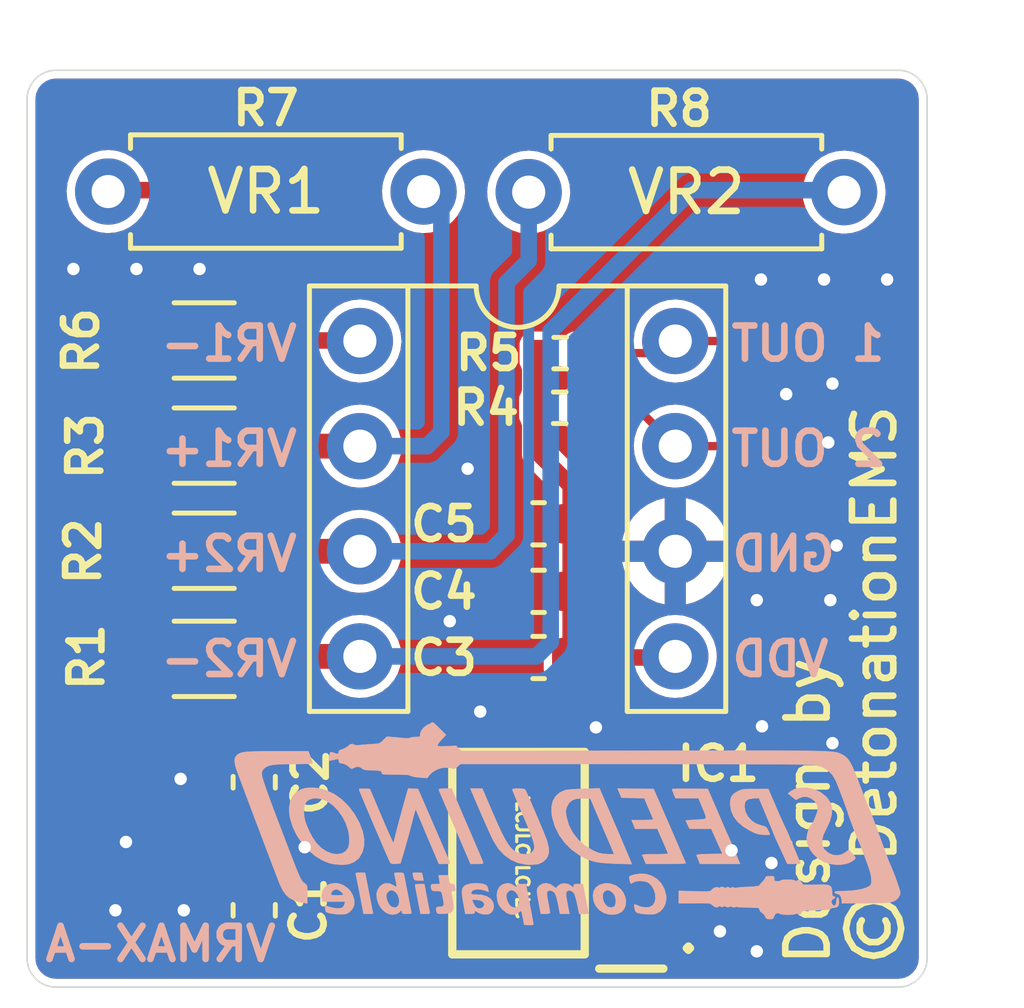
<source format=kicad_pcb>
(kicad_pcb (version 20211014) (generator pcbnew)
  (layers (0 "F.Cu" signal "Front") (31 "B.Cu" signal "Back") (34 "B.Paste" user) (35 "F.Paste" user) (36 "B.SilkS" user "B.Silkscreen") (37 "F.SilkS" user "F.Silkscreen") (38 "B.Mask" user) (39 "F.Mask" user) (44 "Edge.Cuts" user))
  (net 0 "")
  (net 1 "GND")
  (net 2 "+5V")
  (net 3 "VR1-")
  (net 4 "Net-(C1-Pad1)")
  (net 5 "Net-(C1-Pad2)")
  (net 6 "Crank-Out")
  (net 7 "Cam-Out")
  (net 8 "VR2-")
  (net 9 "Net-(C2-Pad1)")
  (net 13 "VR1+")
  (net 14 "VR2+")
  (net 15 "Net-(C2-Pad2)")
  (footprint "Capacitor_SMD:C_0603_1608Metric" (layer "F.Cu") (at 131.1148 133.4308 90)
    (fp_text reference "C2" (at 0 1.364 90) (layer "F.SilkS") (effects (font (size 0.8 0.8) (thickness 0.16))))
    (fp_text value "1nF")
    (pad "1" smd roundrect (at -0.775 0 90) (size 0.9 0.95) (layers "F.Cu" "F.Paste" "F.Mask") (net 9 "Net-(C2-Pad1)"))
    (pad "2" smd roundrect (at 0.775 0 90) (size 0.9 0.95) (layers "F.Cu" "F.Paste" "F.Mask") (net 15 "Net-(C2-Pad2)"))
  )
  (footprint "Resistor_SMD:R_1206_3216Metric" (layer "F.Cu") (at 129.9064 122.758)
    (fp_text reference "R6" (at -2.974 0.0148 90) (layer "F.SilkS") (effects (font (size 0.8 0.8) (thickness 0.16))))
    (fp_text value "10k")
    (pad "1" smd roundrect (at -1.4625 0) (size 1.125 1.75) (layers "F.Cu" "F.Paste" "F.Mask") (roundrect_rratio 0.2222222222) (net 4 "Net-(C1-Pad1)"))
    (pad "2" smd roundrect (at 1.4625 0) (size 1.125 1.75) (layers "F.Cu" "F.Paste" "F.Mask") (roundrect_rratio 0.2222222222) (net 3 "VR1-"))
  )
  (footprint "Capacitor_SMD:C_0603_1608Metric" (layer "F.Cu") (at 131.1148 136.525 90)
    (fp_text reference "C1" (at 0 1.3132 90) (layer "F.SilkS") (effects (font (size 0.8 0.8) (thickness 0.16))))
    (fp_text value "1nF")
    (pad "1" smd roundrect (at -0.775 0 90) (size 0.9 0.95) (layers "F.Cu" "F.Paste" "F.Mask") (net 4 "Net-(C1-Pad1)"))
    (pad "2" smd roundrect (at 0.775 0 90) (size 0.9 0.95) (layers "F.Cu" "F.Paste" "F.Mask") (net 5 "Net-(C1-Pad2)"))
  )
  (footprint "Resistor_SMD:R_1206_3216Metric" (layer "F.Cu") (at 129.9064 130.45)
    (fp_text reference "R1" (at -2.8448 -0.042 90) (layer "F.SilkS") (effects (font (size 0.8 0.8) (thickness 0.16))))
    (fp_text value "10k")
    (pad "1" smd roundrect (at -1.4625 0) (size 1.125 1.75) (layers "F.Cu" "F.Paste" "F.Mask") (roundrect_rratio 0.2222222222) (net 9 "Net-(C2-Pad1)"))
    (pad "2" smd roundrect (at 1.4625 0) (size 1.125 1.75) (layers "F.Cu" "F.Paste" "F.Mask") (roundrect_rratio 0.2222222222) (net 8 "VR2-"))
  )
  (footprint "Capacitor_SMD:C_0603_1608Metric" (layer "F.Cu") (at 137.9855 130.417 180)
    (fp_text reference "C3" (at 2.286 -0.0076) (layer "F.SilkS") (effects (font (size 0.8 0.8) (thickness 0.16))))
    (fp_text value "10nf")
    (pad "1" smd roundrect (at -0.775 0 180) (size 0.9 0.95) (layers "F.Cu" "F.Paste" "F.Mask") (net 2 "+5V"))
    (pad "2" smd roundrect (at 0.775 0 180) (size 0.9 0.95) (layers "F.Cu" "F.Paste" "F.Mask") (net 1 "GND"))
  )
  (footprint "Detonation:Socket_VRConditioner" (layer "F.Cu") (at 133.6675 122.7709)
    (fp_text reference "J1" hide)
    (fp_text value "VR_Header")
    (pad "1" thru_hole circle locked (at 0 0) (size 1.6 1.6) (drill 0.8) (layers *.Cu *.Mask) (net 3 "VR1-"))
    (pad "2" thru_hole oval locked (at 0 2.54) (size 1.6 1.6) (drill 0.8) (layers *.Cu *.Mask) (net 13 "VR1+"))
    (pad "3" thru_hole oval locked (at 0 5.08) (size 1.6 1.6) (drill 0.8) (layers *.Cu *.Mask) (net 14 "VR2+"))
    (pad "4" thru_hole oval locked (at 0 7.62) (size 1.6 1.6) (drill 0.8) (layers *.Cu *.Mask) (net 8 "VR2-"))
    (pad "5" thru_hole oval locked (at 7.62 7.62) (size 1.6 1.6) (drill 0.8) (layers *.Cu *.Mask) (net 2 "+5V"))
    (pad "6" thru_hole oval locked (at 7.62 5.08) (size 1.6 1.6) (drill 0.8) (layers *.Cu *.Mask) (net 1 "GND"))
    (pad "7" thru_hole oval locked (at 7.62 2.54) (size 1.6 1.6) (drill 0.8) (layers *.Cu *.Mask) (net 7 "Cam-Out"))
    (pad "8" thru_hole oval locked (at 7.62 0) (size 1.6 1.6) (drill 0.8) (layers *.Cu *.Mask) (net 6 "Crank-Out"))
  )
  (footprint "Resistor_SMD:R_1206_3216Metric" (layer "F.Cu") (at 129.9064 127.838)
    (fp_text reference "R2" (at -2.9232 0.0148 90) (layer "F.SilkS") (effects (font (size 0.8 0.8) (thickness 0.16))))
    (fp_text value "10k")
    (pad "1" smd roundrect (at -1.4625 0) (size 1.125 1.75) (layers "F.Cu" "F.Paste" "F.Mask") (roundrect_rratio 0.2222222222) (net 15 "Net-(C2-Pad2)"))
    (pad "2" smd roundrect (at 1.4625 0) (size 1.125 1.75) (layers "F.Cu" "F.Paste" "F.Mask") (roundrect_rratio 0.2222222222) (net 14 "VR2+"))
  )
  (footprint "Capacitor_SMD:C_0603_1608Metric" (layer "F.Cu") (at 137.9855 127.187 180)
    (fp_text reference "C5" (at 2.286 -0.0076) (layer "F.SilkS") (effects (font (size 0.8 0.8) (thickness 0.16))))
    (fp_text value "1uF")
    (pad "1" smd roundrect (at -0.775 0 180) (size 0.9 0.95) (layers "F.Cu" "F.Paste" "F.Mask") (net 2 "+5V"))
    (pad "2" smd roundrect (at 0.775 0 180) (size 0.9 0.95) (layers "F.Cu" "F.Paste" "F.Mask") (net 1 "GND"))
  )
  (footprint "Resistor_THT:R_Axial_DIN0207_L6.3mm_D2.5mm_P7.62mm_Horizontal" (layer "F.Cu") (at 127.586 119.16)
    (fp_text reference "R7" (at 3.81 -2.0144) (layer "F.SilkS") (effects (font (size 0.8 0.8) (thickness 0.16))))
    (fp_text value "NP")
    (pad "1" thru_hole circle locked (at 0 0) (size 1.6 1.6) (drill 0.8) (layers *.Cu *.Mask) (net 3 "VR1-"))
    (pad "2" thru_hole oval locked (at 7.62 0) (size 1.6 1.6) (drill 0.8) (layers *.Cu *.Mask) (net 13 "VR1+"))
  )
  (footprint "Resistor_THT:R_Axial_DIN0207_L6.3mm_D2.5mm_P7.62mm_Horizontal" (layer "F.Cu") (at 137.746 119.174)
    (fp_text reference "R8" (at 3.6322 -2.0144) (layer "F.SilkS") (effects (font (size 0.8 0.8) (thickness 0.16))))
    (fp_text value "NP")
    (pad "1" thru_hole circle locked (at 0 0) (size 1.6 1.6) (drill 0.8) (layers *.Cu *.Mask) (net 14 "VR2+"))
    (pad "2" thru_hole oval locked (at 7.62 0) (size 1.6 1.6) (drill 0.8) (layers *.Cu *.Mask) (net 8 "VR2-"))
  )
  (footprint "Capacitor_SMD:C_0603_1608Metric" (layer "F.Cu") (at 137.9855 128.819 180)
    (fp_text reference "C4" (at 2.286 -0.0076) (layer "F.SilkS") (effects (font (size 0.8 0.8) (thickness 0.16))))
    (fp_text value "100nF")
    (pad "1" smd roundrect (at -0.775 0 180) (size 0.9 0.95) (layers "F.Cu" "F.Paste" "F.Mask") (net 2 "+5V"))
    (pad "2" smd roundrect (at 0.775 0 180) (size 0.9 0.95) (layers "F.Cu" "F.Paste" "F.Mask") (net 1 "GND"))
  )
  (footprint "Detonation:SOP64P602X175-16N" (layer "F.Cu") (at 137.5 135.144 180)
    (fp_text reference "IC1" (at -4.826 2.159 180) (layer "F.SilkS") (effects (font (size 0.8 0.8) (thickness 0.16))))
    (fp_text value "MAX9926UAEE+" hide)
    (pad "1" smd rect locked (at -2.725 -2.222 270) (size 0.435 1.55) (layers "F.Cu" "F.Paste" "F.Mask") (net 1 "GND"))
    (pad "2" smd rect locked (at -2.725 -1.588 270) (size 0.435 1.55) (layers "F.Cu" "F.Paste" "F.Mask"))
    (pad "3" smd rect locked (at -2.725 -0.952 270) (size 0.435 1.55) (layers "F.Cu" "F.Paste" "F.Mask") (net 1 "GND"))
    (pad "4" smd rect locked (at -2.725 -0.318 270) (size 0.435 1.55) (layers "F.Cu" "F.Paste" "F.Mask") (net 6 "Crank-Out"))
    (pad "5" smd rect locked (at -2.725 0.318 270) (size 0.435 1.55) (layers "F.Cu" "F.Paste" "F.Mask") (net 7 "Cam-Out"))
    (pad "6" smd rect locked (at -2.725 0.952 270) (size 0.435 1.55) (layers "F.Cu" "F.Paste" "F.Mask") (net 1 "GND"))
    (pad "7" smd rect locked (at -2.725 1.588 270) (size 0.435 1.55) (layers "F.Cu" "F.Paste" "F.Mask"))
    (pad "8" smd rect locked (at -2.725 2.222 270) (size 0.435 1.55) (layers "F.Cu" "F.Paste" "F.Mask") (net 1 "GND"))
    (pad "9" smd rect locked (at 2.725 2.222 270) (size 0.435 1.55) (layers "F.Cu" "F.Paste" "F.Mask") (net 15 "Net-(C2-Pad2)"))
    (pad "10" smd rect locked (at 2.725 1.588 270) (size 0.435 1.55) (layers "F.Cu" "F.Paste" "F.Mask") (net 9 "Net-(C2-Pad1)"))
    (pad "11" smd rect locked (at 2.725 0.952 270) (size 0.435 1.55) (layers "F.Cu" "F.Paste" "F.Mask") (net 1 "GND"))
    (pad "12" smd rect locked (at 2.725 0.318 270) (size 0.435 1.55) (layers "F.Cu" "F.Paste" "F.Mask"))
    (pad "13" smd rect locked (at 2.725 -0.318 270) (size 0.435 1.55) (layers "F.Cu" "F.Paste" "F.Mask") (net 1 "GND"))
    (pad "14" smd rect locked (at 2.725 -0.952 270) (size 0.435 1.55) (layers "F.Cu" "F.Paste" "F.Mask") (net 2 "+5V"))
    (pad "15" smd rect locked (at 2.725 -1.588 270) (size 0.435 1.55) (layers "F.Cu" "F.Paste" "F.Mask") (net 5 "Net-(C1-Pad2)"))
    (pad "16" smd rect locked (at 2.725 -2.222 270) (size 0.435 1.55) (layers "F.Cu" "F.Paste" "F.Mask") (net 4 "Net-(C1-Pad1)"))
  )
  (footprint "Resistor_SMD:R_1206_3216Metric" (layer "F.Cu") (at 129.9064 125.298)
    (fp_text reference "R3" (at -2.8724 0.0148 90) (layer "F.SilkS") (effects (font (size 0.8 0.8) (thickness 0.16))))
    (fp_text value "10k")
    (pad "1" smd roundrect (at -1.4625 0) (size 1.125 1.75) (layers "F.Cu" "F.Paste" "F.Mask") (roundrect_rratio 0.2222222222) (net 5 "Net-(C1-Pad2)"))
    (pad "2" smd roundrect (at 1.4625 0) (size 1.125 1.75) (layers "F.Cu" "F.Paste" "F.Mask") (roundrect_rratio 0.2222222222) (net 13 "VR1+"))
  )
  (footprint "Resistor_SMD:R_0402_1005Metric" (layer "F.Cu") (at 138.5062 123.063)
    (fp_text reference "R5" (at -1.7272 -0.0016) (layer "F.SilkS") (effects (font (size 0.8 0.8) (thickness 0.16))))
    (fp_text value "1k")
    (pad "1" smd roundrect (at -0.51 0) (size 0.54 0.64) (layers "F.Cu" "F.Paste" "F.Mask") (net 2 "+5V"))
    (pad "2" smd roundrect (at 0.51 0) (size 0.54 0.64) (layers "F.Cu" "F.Paste" "F.Mask") (net 6 "Crank-Out"))
  )
  (footprint "Resistor_SMD:R_0402_1005Metric" (layer "F.Cu") (at 138.4952 124.3838)
    (fp_text reference "R4" (at -1.778 -0.0016) (layer "F.SilkS") (effects (font (size 0.8 0.8) (thickness 0.16))))
    (fp_text value "1k")
    (pad "1" smd roundrect (at -0.51 0) (size 0.54 0.64) (layers "F.Cu" "F.Paste" "F.Mask") (net 2 "+5V"))
    (pad "2" smd roundrect (at 0.51 0) (size 0.54 0.64) (layers "F.Cu" "F.Paste" "F.Mask") (net 7 "Cam-Out"))
  )
  (footprint "Detonation-Logos:SpeeduinoCompatible-17mm" (layer "B.Cu") (at 138.684 134.366 180)
    (fp_text reference "G1" hide)
    (fp_text value "Logo_Open_Hardware_Large" hide)
  )
  (gr_arc (start 126.2888 138.3792) (mid 125.832314 138.175286) (end 125.6284 137.7188) (layer "Edge.Cuts") (width 0.0381))
  (gr_arc (start 125.6284 116.8908) (mid 125.832303 116.434303) (end 126.2888 116.2304) (layer "Edge.Cuts") (width 0.0381))
  (gr_line (start 146.7104 138.3792) (end 126.2888 138.3792) (layer "Edge.Cuts") (width 0.0381))
  (gr_line (start 147.3708 116.8908) (end 147.3708 137.7188) (layer "Edge.Cuts") (width 0.0381))
  (gr_arc (start 146.7104 116.2304) (mid 147.166897 116.434303) (end 147.3708 116.8908) (layer "Edge.Cuts") (width 0.0381))
  (gr_line (start 125.6284 116.8908) (end 125.6284 137.7188) (layer "Edge.Cuts") (width 0.0381))
  (gr_arc (start 147.3708 137.7188) (mid 147.166897 138.175297) (end 146.7104 138.3792) (layer "Edge.Cuts") (width 0.0381))
  (gr_line (start 146.7104 116.2304) (end 126.2888 116.2304) (layer "Edge.Cuts") (width 0.0381))
  (gr_text "GND" (at 143.904076 127.9144) (layer "B.SilkS") (effects (font (size 0.8 0.8) (thickness 0.16)) (justify mirror)))
  (gr_text "VR2+" (at 130.5052 127.9144) (layer "B.SilkS") (effects (font (size 0.8 0.8) (thickness 0.16)) (justify mirror)))
  (gr_text "VDD" (at 143.827885 130.4544) (layer "B.SilkS") (effects (font (size 0.8 0.8) (thickness 0.16)) (justify mirror)))
  (gr_text "VR1-" (at 130.5052 122.8344) (layer "B.SilkS") (effects (font (size 0.8 0.8) (thickness 0.16)) (justify mirror)))
  (gr_text "VR1+" (at 130.5052 125.3744) (layer "B.SilkS") (effects (font (size 0.8 0.8) (thickness 0.16)) (justify mirror)))
  (gr_text "VR2-" (at 130.5052 130.4544) (layer "B.SilkS") (effects (font (size 0.8 0.8) (thickness 0.16)) (justify mirror)))
  (gr_text "VRMAX-A" (at 128.8542 137.3378) (layer "B.SilkS") (effects (font (size 0.8 0.8) (thickness 0.16)) (justify mirror)))
  (gr_text "1 OUT" (at 144.494457 122.8344) (layer "B.SilkS") (effects (font (size 0.8 0.8) (thickness 0.16)) (justify mirror)))
  (gr_text "2 OUT" (at 144.494457 125.3744) (layer "B.SilkS") (effects (font (size 0.8 0.8) (thickness 0.16)) (justify mirror)))
  (gr_text "VR2" (at 141.556 119.174) (layer "F.SilkS") (effects (font (size 1 1) (thickness 0.16))))
  (gr_text "Design by \n© DetonationEMS\n\n" (at 146.1008 137.922 90) (layer "F.SilkS") (effects (font (size 1 1) (thickness 0.16)) (justify left)))
  (gr_text "JLCJLCJLCJLC" (at 137.5918 133.604 270) (layer "F.SilkS") (effects (font (size 0.3 0.3) (thickness 0.075)) (justify left)))
  (gr_text "VR1" (at 131.396 119.16) (layer "F.SilkS") (effects (font (size 1 1) (thickness 0.16))))
  (gr_text "." (at 141.605 137.033) (layer "F.SilkS") (effects (font (size 1 1) (thickness 0.18))))
  (via (at 144.8816 121.285) (size 0.6) (drill 0.3) (layers "F.Cu" "B.Cu") (net 1))
  (via (at 145.034 129.032) (size 0.6) (drill 0.3) (layers "F.Cu" "B.Cu") (net 1))
  (via (at 129.3368 133.35) (size 0.6) (drill 0.3) (layers "F.Cu" "B.Cu") (net 1))
  (via (at 126.746 121.031) (size 0.6) (drill 0.3) (layers "F.Cu" "B.Cu") (net 1))
  (via (at 146.4056 121.285) (size 0.6) (drill 0.3) (layers "F.Cu" "B.Cu") (net 1))
  (via (at 135.8392 129.54) (size 0.6) (drill 0.3) (layers "F.Cu" "B.Cu") (net 1))
  (via (at 143.256 129.032) (size 0.6) (drill 0.3) (layers "F.Cu" "B.Cu") (net 1))
  (via (at 128.27 121.031) (size 0.6) (drill 0.3) (layers "F.Cu" "B.Cu") (net 1))
  (via (at 145.0848 123.7996) (size 0.6) (drill 0.3) (layers "F.Cu" "B.Cu") (net 1))
  (via (at 144.9832 125.222) (size 0.6) (drill 0.3) (layers "F.Cu" "B.Cu") (net 1))
  (via (at 136.5758 131.7244) (size 0.6) (drill 0.3) (layers "F.Cu" "B.Cu") (net 1))
  (via (at 136.271 125.857) (size 0.6) (drill 0.3) (layers "F.Cu" "B.Cu") (net 1))
  (via (at 128.016 134.874) (size 0.6) (drill 0.3) (layers "F.Cu" "B.Cu") (net 1))
  (via (at 143.256 137.5156) (size 0.6) (drill 0.3) (layers "F.Cu" "B.Cu") (net 1))
  (via (at 127.762 136.525) (size 0.6) (drill 0.3) (layers "F.Cu" "B.Cu") (net 1))
  (via (at 139.3698 132.1054) (size 0.6) (drill 0.3) (layers "F.Cu" "B.Cu") (net 1))
  (via (at 145.0848 132.4864) (size 0.6) (drill 0.3) (layers "F.Cu" "B.Cu") (net 1))
  (via (at 142.367 137.033) (size 0.6) (drill 0.3) (layers "F.Cu" "B.Cu") (net 1))
  (via (at 132.334 135.001) (size 0.6) (drill 0.3) (layers "F.Cu" "B.Cu") (net 1))
  (via (at 129.413 136.525) (size 0.6) (drill 0.3) (layers "F.Cu" "B.Cu") (net 1))
  (via (at 143.383 132.08) (size 0.6) (drill 0.3) (layers "F.Cu" "B.Cu") (net 1))
  (via (at 145.1864 127.7112) (size 0.6) (drill 0.3) (layers "F.Cu" "B.Cu") (net 1))
  (via (at 129.794 121.031) (size 0.6) (drill 0.3) (layers "F.Cu" "B.Cu") (net 1))
  (via (at 143.9672 124.0536) (size 0.6) (drill 0.3) (layers "F.Cu" "B.Cu") (net 1))
  (via (at 143.6116 135.382) (size 0.6) (drill 0.3) (layers "F.Cu" "B.Cu") (net 1))
  (via (at 143.3576 121.285) (size 0.6) (drill 0.3) (layers "F.Cu" "B.Cu") (net 1))
  (via (at 142.6464 135.0772) (size 0.6) (drill 0.3) (layers "F.Cu" "B.Cu") (net 1))
  (segment (start 137.287 132.7404) (end 138.7605 131.2669) (width 0.4) (layer "F.Cu") (net 2))
  (segment (start 137.9852 124.3838) (end 137.9852 123.074) (width 0.4) (layer "F.Cu") (net 2))
  (segment (start 138.7605 127.187) (end 138.7605 128.819) (width 0.4) (layer "F.Cu") (net 2))
  (segment (start 138.7605 130.417) (end 138.7605 128.819) (width 0.4) (layer "F.Cu") (net 2))
  (segment (start 138.7605 126.2637) (end 137.9852 125.4884) (width 0.4) (layer "F.Cu") (net 2))
  (segment (start 137.287 135.763) (end 137.287 132.7404) (width 0.4) (layer "F.Cu") (net 2))
  (segment (start 137.9852 123.074) (end 137.9962 123.063) (width 0.4) (layer "F.Cu") (net 2))
  (segment (start 138.7605 127.187) (end 138.7605 126.2637) (width 0.4) (layer "F.Cu") (net 2))
  (segment (start 138.7605 131.2669) (end 138.7605 130.417) (width 0.4) (layer "F.Cu") (net 2))
  (segment (start 136.144 136.096) (end 136.954 136.096) (width 0.4) (layer "F.Cu") (net 2))
  (segment (start 138.7605 130.417) (end 141.2614 130.417) (width 0.4) (layer "F.Cu") (net 2))
  (segment (start 141.2614 130.417) (end 141.2875 130.3909) (width 0.4) (layer "F.Cu") (net 2))
  (segment (start 136.954 136.096) (end 137.287 135.763) (width 0.4) (layer "F.Cu") (net 2))
  (segment (start 137.9852 125.4884) (end 137.9852 124.3838) (width 0.4) (layer "F.Cu") (net 2))
  (segment (start 136.144 136.096) (end 134.775 136.096) (width 0.2) (layer "F.Cu") (net 2))
  (segment (start 133.6546 122.758) (end 133.6675 122.7709) (width 0.4) (layer "F.Cu") (net 3))
  (segment (start 131.3689 122.758) (end 131.3689 119.4309) (width 0.4) (layer "F.Cu") (net 3))
  (segment (start 131.064 119.126) (end 127.679 119.126) (width 0.4) (layer "F.Cu") (net 3))
  (segment (start 127.679 119.126) (end 127.586 119.033) (width 0.4) (layer "F.Cu") (net 3))
  (segment (start 131.2294 122.7709) (end 131.2165 122.758) (width 0.6) (layer "F.Cu") (net 3))
  (segment (start 131.3689 122.758) (end 133.6546 122.758) (width 0.4) (layer "F.Cu") (net 3))
  (segment (start 131.3689 119.4309) (end 131.064 119.126) (width 0.4) (layer "F.Cu") (net 3))
  (segment (start 126.3396 137.0584) (end 126.6472 137.366) (width 0.2) (layer "F.Cu") (net 4))
  (segment (start 126.6472 137.366) (end 134.775 137.366) (width 0.2) (layer "F.Cu") (net 4))
  (segment (start 126.3396 122.9868) (end 126.3396 137.0584) (width 0.2) (layer "F.Cu") (net 4))
  (segment (start 126.5684 122.758) (end 126.3396 122.9868) (width 0.2) (layer "F.Cu") (net 4))
  (segment (start 128.2915 122.758) (end 126.5684 122.758) (width 0.2) (layer "F.Cu") (net 4))
  (segment (start 133.6332 136.732) (end 132.6512 135.75) (width 0.2) (layer "F.Cu") (net 5))
  (segment (start 134.775 136.732) (end 133.6332 136.732) (width 0.2) (layer "F.Cu") (net 5))
  (segment (start 127.4696 135.75) (end 127.1524 135.4328) (width 0.2) (layer "F.Cu") (net 5))
  (segment (start 127.1524 135.4328) (end 127.1524 125.4252) (width 0.2) (layer "F.Cu") (net 5))
  (segment (start 132.6512 135.75) (end 127.4696 135.75) (width 0.2) (layer "F.Cu") (net 5))
  (segment (start 127.1524 125.4252) (end 127.2796 125.298) (width 0.2) (layer "F.Cu") (net 5))
  (segment (start 127.2796 125.298) (end 128.2915 125.298) (width 0.2) (layer "F.Cu") (net 5))
  (segment (start 145.3769 122.7709) (end 141.2875 122.7709) (width 0.2) (layer "F.Cu") (net 6))
  (segment (start 140.225 135.462) (end 141.558 135.462) (width 0.2) (layer "F.Cu") (net 6))
  (segment (start 140.9954 123.063) (end 141.2875 122.7709) (width 0.2) (layer "F.Cu") (net 6))
  (segment (start 141.558 135.462) (end 142.24 136.144) (width 0.2) (layer "F.Cu") (net 6))
  (segment (start 142.24 136.144) (end 146.1008 136.144) (width 0.2) (layer "F.Cu") (net 6))
  (segment (start 146.304 123.698) (end 145.3769 122.7709) (width 0.2) (layer "F.Cu") (net 6))
  (segment (start 146.304 135.9408) (end 146.304 123.698) (width 0.2) (layer "F.Cu") (net 6))
  (segment (start 146.1008 136.144) (end 146.304 135.9408) (width 0.2) (layer "F.Cu") (net 6))
  (segment (start 139.0162 123.063) (end 140.9954 123.063) (width 0.2) (layer "F.Cu") (net 6))
  (segment (start 144.145 125.6411) (end 143.8148 125.3109) (width 0.2) (layer "F.Cu") (net 7))
  (segment (start 143.8148 125.3109) (end 141.2875 125.3109) (width 0.2) (layer "F.Cu") (net 7))
  (segment (start 141.526 134.826) (end 142.494 133.858) (width 0.2) (layer "F.Cu") (net 7))
  (segment (start 142.494 133.858) (end 143.891 133.858) (width 0.2) (layer "F.Cu") (net 7))
  (segment (start 139.0052 124.3838) (end 140.3604 124.3838) (width 0.2) (layer "F.Cu") (net 7))
  (segment (start 140.3604 124.3838) (end 141.2875 125.3109) (width 0.2) (layer "F.Cu") (net 7))
  (segment (start 144.145 133.604) (end 144.145 125.6411) (width 0.2) (layer "F.Cu") (net 7))
  (segment (start 140.225 134.826) (end 141.526 134.826) (width 0.2) (layer "F.Cu") (net 7))
  (segment (start 143.891 133.858) (end 144.145 133.604) (width 0.2) (layer "F.Cu") (net 7))
  (segment (start 131.2756 130.3909) (end 131.2165 130.45) (width 0.6) (layer "F.Cu") (net 8))
  (segment (start 133.6675 130.3909) (end 131.2756 130.3909) (width 0.6) (layer "F.Cu") (net 8))
  (segment (start 141.6812 119.126) (end 138.2776 122.5296) (width 0.4) (layer "B.Cu") (net 8))
  (segment (start 138.2776 130.048) (end 137.9347 130.3909) (width 0.4) (layer "B.Cu") (net 8))
  (segment (start 138.2776 122.5296) (end 138.2776 130.048) (width 0.4) (layer "B.Cu") (net 8))
  (segment (start 145.287 119.126) (end 141.6812 119.126) (width 0.4) (layer "B.Cu") (net 8))
  (segment (start 137.9347 130.3909) (end 133.6675 130.3909) (width 0.4) (layer "B.Cu") (net 8))
  (segment (start 145.366 119.047) (end 145.287 119.126) (width 0.4) (layer "B.Cu") (net 8))
  (segment (start 128.6178 134.2058) (end 128.2915 133.8795) (width 0.2) (layer "F.Cu") (net 9))
  (segment (start 128.2915 130.45) (end 128.257 130.4845) (width 0.2) (layer "F.Cu") (net 9))
  (segment (start 128.2915 133.8795) (end 128.2915 130.45) (width 0.2) (layer "F.Cu") (net 9))
  (segment (start 133.7536 133.556) (end 133.1038 134.2058) (width 0.2) (layer "F.Cu") (net 9))
  (segment (start 134.775 133.556) (end 133.7536 133.556) (width 0.2) (layer "F.Cu") (net 9))
  (segment (start 133.1038 134.2058) (end 128.6178 134.2058) (width 0.2) (layer "F.Cu") (net 9))
  (segment (start 131.2294 125.3109) (end 131.2165 125.298) (width 0.6) (layer "F.Cu") (net 13))
  (segment (start 133.6675 125.3109) (end 131.2294 125.3109) (width 0.6) (layer "F.Cu") (net 13))
  (segment (start 135.636 119.463) (end 135.636 124.968) (width 0.4) (layer "B.Cu") (net 13))
  (segment (start 135.636 124.968) (end 135.2931 125.3109) (width 0.4) (layer "B.Cu") (net 13))
  (segment (start 135.2931 125.3109) (end 133.6675 125.3109) (width 0.4) (layer "B.Cu") (net 13))
  (segment (start 135.206 119.033) (end 135.636 119.463) (width 0.4) (layer "B.Cu") (net 13))
  (segment (start 133.6675 127.8509) (end 131.2294 127.8509) (width 0.6) (layer "F.Cu") (net 14))
  (segment (start 131.2294 127.8509) (end 131.2165 127.838) (width 0.6) (layer "F.Cu") (net 14))
  (segment (start 137.2108 121.3612) (end 137.2108 127.4572) (width 0.4) (layer "B.Cu") (net 14))
  (segment (start 136.8171 127.8509) (end 133.6675 127.8509) (width 0.4) (layer "B.Cu") (net 14))
  (segment (start 137.2108 127.4572) (end 136.8171 127.8509) (width 0.4) (layer "B.Cu") (net 14))
  (segment (start 137.746 120.826) (end 137.2108 121.3612) (width 0.4) (layer "B.Cu") (net 14))
  (segment (start 137.746 119.047) (end 137.746 120.826) (width 0.4) (layer "B.Cu") (net 14))
  (segment (start 129.54 132.3848) (end 129.54 128.016) (width 0.2) (layer "F.Cu") (net 15))
  (segment (start 133.7348 132.922) (end 133.4686 132.6558) (width 0.2) (layer "F.Cu") (net 15))
  (segment (start 134.775 132.922) (end 133.7348 132.922) (width 0.2) (layer "F.Cu") (net 15))
  (segment (start 129.54 128.016) (end 129.362 127.838) (width 0.2) (layer "F.Cu") (net 15))
  (segment (start 129.362 127.838) (end 128.2915 127.838) (width 0.2) (layer "F.Cu") (net 15))
  (segment (start 129.811 132.6558) (end 129.54 132.3848) (width 0.2) (layer "F.Cu") (net 15))
  (segment (start 133.4686 132.6558) (end 129.811 132.6558) (width 0.2) (layer "F.Cu") (net 15))
  (zone (net 1) (net_name "GND") (layer "F.Cu") (connect_pads thru_hole_only (clearance 0)) (min_thickness 0.2) (fill yes (thermal_gap 0.508) (thermal_bridge_width 0.508))
    (polygon (pts (xy 124.974816 138.811) (xy 125.095 115.697) (xy 147.955 115.697) (xy 147.955 138.901682)))
  )
  (zone (net 1) (net_name "GND") (layer "B.Cu") (connect_pads thru_hole_only (clearance 0)) (min_thickness 0.2) (fill yes (thermal_gap 0.508) (thermal_bridge_width 0.508))
    (polygon (pts (xy 147.955 115.697) (xy 125.095 115.697) (xy 124.973009 138.811) (xy 147.955 138.885603)))
  )
)
</source>
